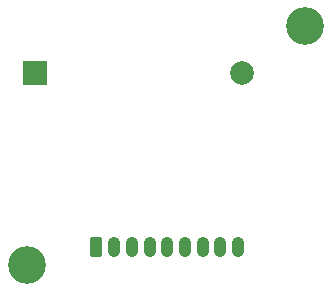
<source format=gbr>
%TF.GenerationSoftware,KiCad,Pcbnew,9.0.3*%
%TF.CreationDate,2025-07-22T15:46:12+03:00*%
%TF.ProjectId,buzzer_door_detect_board,62757a7a-6572-45f6-946f-6f725f646574,rev?*%
%TF.SameCoordinates,Original*%
%TF.FileFunction,Soldermask,Bot*%
%TF.FilePolarity,Negative*%
%FSLAX46Y46*%
G04 Gerber Fmt 4.6, Leading zero omitted, Abs format (unit mm)*
G04 Created by KiCad (PCBNEW 9.0.3) date 2025-07-22 15:46:12*
%MOMM*%
%LPD*%
G01*
G04 APERTURE LIST*
G04 Aperture macros list*
%AMRoundRect*
0 Rectangle with rounded corners*
0 $1 Rounding radius*
0 $2 $3 $4 $5 $6 $7 $8 $9 X,Y pos of 4 corners*
0 Add a 4 corners polygon primitive as box body*
4,1,4,$2,$3,$4,$5,$6,$7,$8,$9,$2,$3,0*
0 Add four circle primitives for the rounded corners*
1,1,$1+$1,$2,$3*
1,1,$1+$1,$4,$5*
1,1,$1+$1,$6,$7*
1,1,$1+$1,$8,$9*
0 Add four rect primitives between the rounded corners*
20,1,$1+$1,$2,$3,$4,$5,0*
20,1,$1+$1,$4,$5,$6,$7,0*
20,1,$1+$1,$6,$7,$8,$9,0*
20,1,$1+$1,$8,$9,$2,$3,0*%
G04 Aperture macros list end*
%ADD10C,3.200000*%
%ADD11R,2.000000X2.000000*%
%ADD12C,2.000000*%
%ADD13RoundRect,0.250000X-0.265000X-0.615000X0.265000X-0.615000X0.265000X0.615000X-0.265000X0.615000X0*%
%ADD14O,1.030000X1.730000*%
G04 APERTURE END LIST*
D10*
%TO.C,H2*%
X43110000Y-75250000D03*
%TD*%
%TO.C,H1*%
X66640000Y-55000000D03*
%TD*%
D11*
%TO.C,BZ1*%
X43790000Y-58970000D03*
D12*
X61290000Y-58970000D03*
%TD*%
D13*
%TO.C,J10*%
X49000000Y-73750000D03*
D14*
X50500000Y-73750000D03*
X52000000Y-73750000D03*
X53500000Y-73750000D03*
X55000000Y-73750000D03*
X56500000Y-73750000D03*
X58000000Y-73750000D03*
X59500000Y-73750000D03*
X61000000Y-73750000D03*
%TD*%
M02*

</source>
